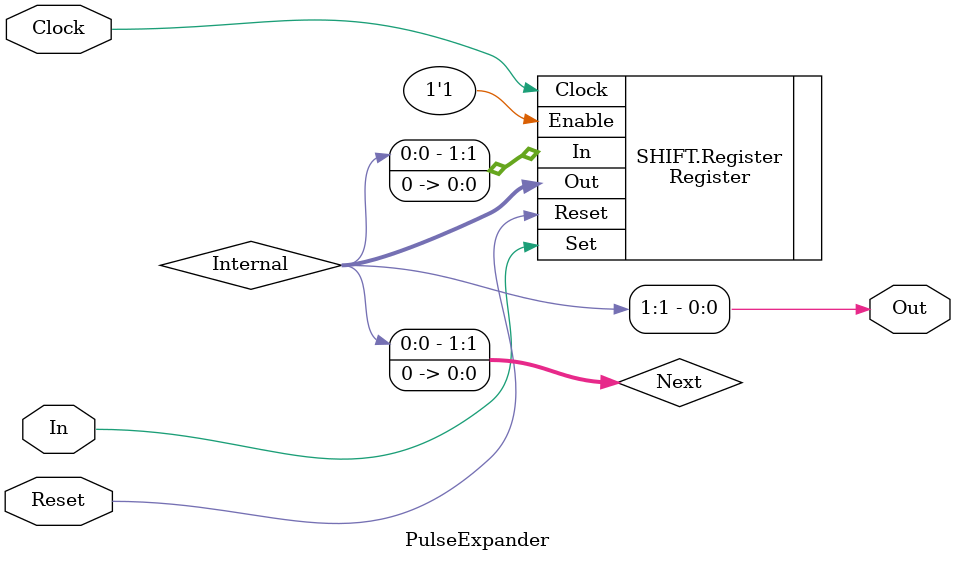
<source format=v>


//==============================================================================
//	Section:	Includes
//==============================================================================
`include "Const.vh"
//==============================================================================

//------------------------------------------------------------------------------
//	Module:		PulseExpander
//	Desc:		This module is designed to take a pulse signal in and widen it
//				to the specified number of cycles.  This is very useful in
//				clock crossings and reset generation.
//	Params:		Width:	Sets the width (in cycles) of the output
//				pulse
//------------------------------------------------------------------------------
module	PulseExpander(Clock, Reset, In, Out);
	//--------------------------------------------------------------------------
	//	Parameters
	//--------------------------------------------------------------------------
	parameter				Width =					2,
							Async =					0,
							AsyncReset =			0;
	//--------------------------------------------------------------------------
	
	//--------------------------------------------------------------------------
	//	Constants
	//--------------------------------------------------------------------------
	localparam				IWidth =				Async ? (Width - 1) : Width,
	`ifdef MACROSAFE
							I1Width =				`max(IWidth, 1);
	`else
							I1Width =				IWidth;
	`endif
	//--------------------------------------------------------------------------

	//--------------------------------------------------------------------------
	//	I/O
	//--------------------------------------------------------------------------
	input					Clock, Reset, In;
	output					Out;
	//--------------------------------------------------------------------------

	//--------------------------------------------------------------------------
	//	Wires
	//--------------------------------------------------------------------------
	wire	[I1Width-1:0]	Next;
	wire	[I1Width-1:0]	Internal;
	//--------------------------------------------------------------------------
	
	//--------------------------------------------------------------------------
	//	Assigns
	//--------------------------------------------------------------------------
	generate if (IWidth > 0) begin:IW0PLUS
		assign	Out =								Internal[IWidth-1] | (Async ? In : 1'b0);
	end else begin:IW0
		assign	Out =								(Async ? In : 1'b0);
	end endgenerate
	
	generate if (IWidth > 1) begin:IW1PLUS
		assign	Next =								{Internal[IWidth-2:0], 1'b0};
	end else begin:IW1
		assign	Next =								1'b0;
	end endgenerate
	//--------------------------------------------------------------------------

	//--------------------------------------------------------------------------
	//	Behavioral Shift Register Core
	//--------------------------------------------------------------------------
	generate if (IWidth > 0) begin:SHIFT
		Register	#(			.Width(				I1Width),
								.AsyncReset(		AsyncReset))
					Register(	.Clock(				Clock),
								.Reset(				Reset),
								.Set(				In),
								.Enable(			1'b1),
								.In(				Next),
								.Out(				Internal));
	end endgenerate
	//--------------------------------------------------------------------------
endmodule
//------------------------------------------------------------------------------

</source>
